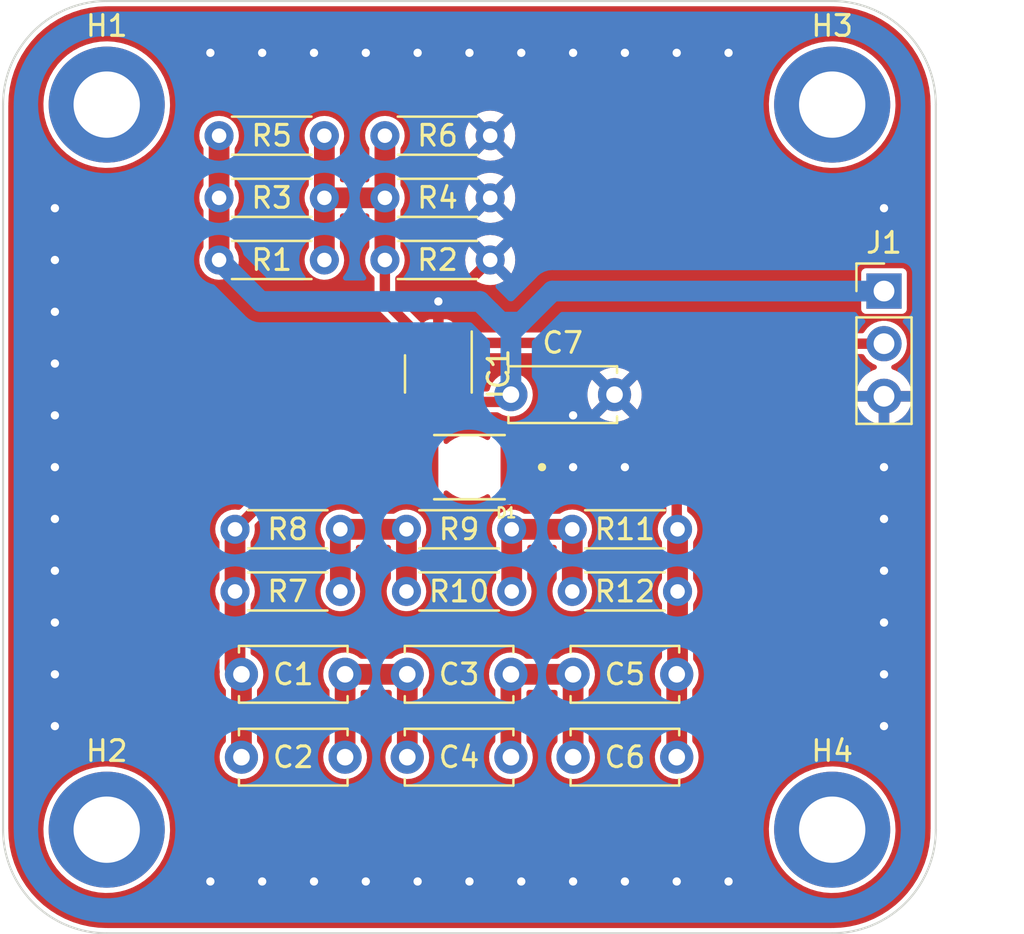
<source format=kicad_pcb>
(kicad_pcb (version 20211014) (generator pcbnew)
  (layers (0 "F.Cu" signal) (31 "B.Cu" signal) (34 "B.Paste" user) (35 "F.Paste" user) (36 "B.SilkS" user "B.Silkscreen") (37 "F.SilkS" user "F.Silkscreen") (38 "B.Mask" user) (39 "F.Mask" user) (44 "Edge.Cuts" user))
  (net 0 "")
  (net 1 "Net-(C1-Pad1)")
  (net 2 "Net-(C1-Pad2)")
  (net 3 "Net-(C3-Pad2)")
  (net 4 "Net-(C5-Pad2)")
  (net 5 "GND")
  (net 6 "Net-(IC1-Pad3)")
  (net 7 "+5V")
  (net 8 "Net-(R10-Pad1)")
  (net 9 "Net-(R10-Pad2)")
  (footprint "Capacitor_THT:C_Disc_D5.0mm_W2.5mm_P5.00mm" (layer "F.Cu") (at 157 104)
    (fp_text reference "C4" (at 2.5 0) (layer "F.SilkS"))
    (fp_text value "C")
    (fp_line (start 5.12 1.055) (end 5.12 1.37) (layer "F.SilkS") (width 0.12))
    (fp_line (start -0.12 -1.37) (end -0.12 -1.055) (layer "F.SilkS") (width 0.12))
    (fp_line (start -0.12 -1.37) (end 5.12 -1.37) (layer "F.SilkS") (width 0.12))
    (fp_line (start -0.12 1.37) (end 5.12 1.37) (layer "F.SilkS") (width 0.12))
    (fp_line (start -0.12 1.055) (end -0.12 1.37) (layer "F.SilkS") (width 0.12))
    (fp_line (start 5.12 -1.37) (end 5.12 -1.055) (layer "F.SilkS") (width 0.12))
    (pad "1" thru_hole circle (at 0 0) (size 1.6 1.6) (drill 0.8) (layers *.Cu *.Mask) (net 2 "Net-(C1-Pad2)"))
    (pad "2" thru_hole circle (at 5 0) (size 1.6 1.6) (drill 0.8) (layers *.Cu *.Mask) (net 3 "Net-(C3-Pad2)"))
  )
  (footprint "Resistor_THT:R_Axial_DIN0204_L3.6mm_D1.6mm_P5.08mm_Horizontal" (layer "F.Cu") (at 161 77 180)
    (fp_text reference "R4" (at 2.54 0) (layer "F.SilkS"))
    (fp_text value "R")
    (fp_line (start 0.62 0.92) (end 4.46 0.92) (layer "F.SilkS") (width 0.12))
    (fp_line (start 0.62 -0.92) (end 4.46 -0.92) (layer "F.SilkS") (width 0.12))
    (pad "1" thru_hole circle (at 0 0 180) (size 1.4 1.4) (drill 0.7) (layers *.Cu *.Mask) (net 5 "GND"))
    (pad "2" thru_hole oval (at 5.08 0 180) (size 1.4 1.4) (drill 0.7) (layers *.Cu *.Mask) (net 6 "Net-(IC1-Pad3)"))
  )
  (footprint "MountingHole:MountingHole_3.2mm_M3_DIN965_Pad" (layer "F.Cu") (at 177.5 72.5)
    (fp_text reference "H3" (at 0 -3.8) (layer "F.SilkS"))
    (fp_text value "MountingHole")
    (pad "1" thru_hole circle (at 0 0) (size 5.6 5.6) (drill 3.2) (layers *.Cu *.Mask))
  )
  (footprint "SFH2270R:LED_SFH2270R" (layer "F.Cu") (at 160 90 180)
    (fp_text reference "D1" (at -1.776 -2.2048) (layer "F.SilkS") (effects (font (size 0.48 0.48))))
    (fp_text value "D_Photo")
    (fp_line (start -1.7 1.55) (end 1.7 1.55) (layer "F.SilkS") (width 0.127))
    (fp_line (start -1.7 -1.55) (end 1.7 -1.55) (layer "F.SilkS") (width 0.127))
    (fp_circle (center -3.5 0) (end -3.4 0) (layer "F.SilkS") (width 0.2) (fill none))
    (pad "" np_thru_hole circle (at 0 0 180) (size 2.6 2.6) (drill 2.6) (layers *.Cu *.Mask))
    (pad "1" smd rect (at -2.25 0 270) (size 2.6 1.5) (layers "F.Cu") (net 5 "GND"))
    (pad "2" smd rect (at 2.25 0 270) (size 2.6 1.5) (layers "F.Cu") (net 1 "Net-(C1-Pad1)"))
  )
  (footprint "MountingHole:MountingHole_3.2mm_M3_DIN965_Pad" (layer "F.Cu") (at 177.5 107.5)
    (fp_text reference "H4" (at 0 -3.8) (layer "F.SilkS"))
    (fp_text value "MountingHole")
    (pad "1" thru_hole circle (at 0 0) (size 5.6 5.6) (drill 3.2) (layers *.Cu *.Mask))
  )
  (footprint "Resistor_THT:R_Axial_DIN0204_L3.6mm_D1.6mm_P5.08mm_Horizontal" (layer "F.Cu") (at 153 80 180)
    (fp_text reference "R1" (at 2.54 0) (layer "F.SilkS"))
    (fp_text value "R")
    (fp_line (start 0.62 -0.92) (end 4.46 -0.92) (layer "F.SilkS") (width 0.12))
    (fp_line (start 0.62 0.92) (end 4.46 0.92) (layer "F.SilkS") (width 0.12))
    (pad "1" thru_hole circle (at 0 0 180) (size 1.4 1.4) (drill 0.7) (layers *.Cu *.Mask) (net 6 "Net-(IC1-Pad3)"))
    (pad "2" thru_hole oval (at 5.08 0 180) (size 1.4 1.4) (drill 0.7) (layers *.Cu *.Mask) (net 7 "+5V"))
  )
  (footprint "Resistor_THT:R_Axial_DIN0204_L3.6mm_D1.6mm_P5.08mm_Horizontal" (layer "F.Cu") (at 161 74 180)
    (fp_text reference "R6" (at 2.54 0) (layer "F.SilkS"))
    (fp_text value "R")
    (fp_line (start 0.62 0.92) (end 4.46 0.92) (layer "F.SilkS") (width 0.12))
    (fp_line (start 0.62 -0.92) (end 4.46 -0.92) (layer "F.SilkS") (width 0.12))
    (pad "1" thru_hole circle (at 0 0 180) (size 1.4 1.4) (drill 0.7) (layers *.Cu *.Mask) (net 5 "GND"))
    (pad "2" thru_hole oval (at 5.08 0 180) (size 1.4 1.4) (drill 0.7) (layers *.Cu *.Mask) (net 6 "Net-(IC1-Pad3)"))
  )
  (footprint "Connector_PinHeader_2.54mm:PinHeader_1x03_P2.54mm_Vertical" (layer "F.Cu") (at 180 81.5)
    (fp_text reference "J1" (at 0 -2.33) (layer "F.SilkS"))
    (fp_text value "Conn_01x03_Male")
    (fp_line (start -1.33 0) (end -1.33 -1.33) (layer "F.SilkS") (width 0.12))
    (fp_line (start -1.33 1.27) (end -1.33 6.41) (layer "F.SilkS") (width 0.12))
    (fp_line (start -1.33 6.41) (end 1.33 6.41) (layer "F.SilkS") (width 0.12))
    (fp_line (start 1.33 1.27) (end 1.33 6.41) (layer "F.SilkS") (width 0.12))
    (fp_line (start -1.33 1.27) (end 1.33 1.27) (layer "F.SilkS") (width 0.12))
    (fp_line (start -1.33 -1.33) (end 0 -1.33) (layer "F.SilkS") (width 0.12))
    (pad "1" thru_hole rect (at 0 0) (size 1.7 1.7) (drill 1) (layers *.Cu *.Mask) (net 7 "+5V"))
    (pad "2" thru_hole oval (at 0 2.54) (size 1.7 1.7) (drill 1) (layers *.Cu *.Mask) (net 4 "Net-(C5-Pad2)"))
    (pad "3" thru_hole oval (at 0 5.08) (size 1.7 1.7) (drill 1) (layers *.Cu *.Mask) (net 5 "GND"))
  )
  (footprint "Capacitor_THT:C_Disc_D5.0mm_W2.5mm_P5.00mm" (layer "F.Cu") (at 162 86.5)
    (fp_text reference "C7" (at 2.5 -2.5) (layer "F.SilkS"))
    (fp_text value "C")
    (fp_line (start -0.12 -1.37) (end 5.12 -1.37) (layer "F.SilkS") (width 0.12))
    (fp_line (start -0.12 -1.37) (end -0.12 -1.055) (layer "F.SilkS") (width 0.12))
    (fp_line (start -0.12 1.37) (end 5.12 1.37) (layer "F.SilkS") (width 0.12))
    (fp_line (start 5.12 1.055) (end 5.12 1.37) (layer "F.SilkS") (width 0.12))
    (fp_line (start 5.12 -1.37) (end 5.12 -1.055) (layer "F.SilkS") (width 0.12))
    (fp_line (start -0.12 1.055) (end -0.12 1.37) (layer "F.SilkS") (width 0.12))
    (pad "1" thru_hole circle (at 0 0) (size 1.6 1.6) (drill 0.8) (layers *.Cu *.Mask) (net 7 "+5V"))
    (pad "2" thru_hole circle (at 5 0) (size 1.6 1.6) (drill 0.8) (layers *.Cu *.Mask) (net 5 "GND"))
  )
  (footprint "MountingHole:MountingHole_3.2mm_M3_DIN965_Pad" (layer "F.Cu") (at 142.5 107.5)
    (fp_text reference "H2" (at 0 -3.8) (layer "F.SilkS"))
    (fp_text value "MountingHole")
    (pad "1" thru_hole circle (at 0 0) (size 5.6 5.6) (drill 3.2) (layers *.Cu *.Mask))
  )
  (footprint "Capacitor_THT:C_Disc_D5.0mm_W2.5mm_P5.00mm" (layer "F.Cu") (at 165 100)
    (fp_text reference "C5" (at 2.5 0) (layer "F.SilkS"))
    (fp_text value "C")
    (fp_line (start 5.12 -1.37) (end 5.12 -1.055) (layer "F.SilkS") (width 0.12))
    (fp_line (start -0.12 -1.37) (end -0.12 -1.055) (layer "F.SilkS") (width 0.12))
    (fp_line (start -0.12 -1.37) (end 5.12 -1.37) (layer "F.SilkS") (width 0.12))
    (fp_line (start 5.12 1.055) (end 5.12 1.37) (layer "F.SilkS") (width 0.12))
    (fp_line (start -0.12 1.37) (end 5.12 1.37) (layer "F.SilkS") (width 0.12))
    (fp_line (start -0.12 1.055) (end -0.12 1.37) (layer "F.SilkS") (width 0.12))
    (pad "1" thru_hole circle (at 0 0) (size 1.6 1.6) (drill 0.8) (layers *.Cu *.Mask) (net 3 "Net-(C3-Pad2)"))
    (pad "2" thru_hole circle (at 5 0) (size 1.6 1.6) (drill 0.8) (layers *.Cu *.Mask) (net 4 "Net-(C5-Pad2)"))
  )
  (footprint "Capacitor_THT:C_Disc_D5.0mm_W2.5mm_P5.00mm" (layer "F.Cu") (at 149 104)
    (fp_text reference "C2" (at 2.5 0) (layer "F.SilkS"))
    (fp_text value "C")
    (fp_line (start -0.12 1.37) (end 5.12 1.37) (layer "F.SilkS") (width 0.12))
    (fp_line (start -0.12 -1.37) (end 5.12 -1.37) (layer "F.SilkS") (width 0.12))
    (fp_line (start 5.12 -1.37) (end 5.12 -1.055) (layer "F.SilkS") (width 0.12))
    (fp_line (start -0.12 1.055) (end -0.12 1.37) (layer "F.SilkS") (width 0.12))
    (fp_line (start 5.12 1.055) (end 5.12 1.37) (layer "F.SilkS") (width 0.12))
    (fp_line (start -0.12 -1.37) (end -0.12 -1.055) (layer "F.SilkS") (width 0.12))
    (pad "1" thru_hole circle (at 0 0) (size 1.6 1.6) (drill 0.8) (layers *.Cu *.Mask) (net 1 "Net-(C1-Pad1)"))
    (pad "2" thru_hole circle (at 5 0) (size 1.6 1.6) (drill 0.8) (layers *.Cu *.Mask) (net 2 "Net-(C1-Pad2)"))
  )
  (footprint "Resistor_THT:R_Axial_DIN0204_L3.6mm_D1.6mm_P5.08mm_Horizontal" (layer "F.Cu") (at 156.96 93)
    (fp_text reference "R9" (at 2.54 0) (layer "F.SilkS"))
    (fp_text value "R")
    (fp_line (start 0.62 -0.92) (end 4.46 -0.92) (layer "F.SilkS") (width 0.12))
    (fp_line (start 0.62 0.92) (end 4.46 0.92) (layer "F.SilkS") (width 0.12))
    (pad "1" thru_hole circle (at 0 0) (size 1.4 1.4) (drill 0.7) (layers *.Cu *.Mask) (net 8 "Net-(R10-Pad1)"))
    (pad "2" thru_hole oval (at 5.08 0) (size 1.4 1.4) (drill 0.7) (layers *.Cu *.Mask) (net 9 "Net-(R10-Pad2)"))
  )
  (footprint "Resistor_THT:R_Axial_DIN0204_L3.6mm_D1.6mm_P5.08mm_Horizontal" (layer "F.Cu") (at 153 77 180)
    (fp_text reference "R3" (at 2.54 0.000001) (layer "F.SilkS"))
    (fp_text value "R")
    (fp_line (start 0.62 -0.92) (end 4.46 -0.92) (layer "F.SilkS") (width 0.12))
    (fp_line (start 0.62 0.92) (end 4.46 0.92) (layer "F.SilkS") (width 0.12))
    (pad "1" thru_hole circle (at 0 0 180) (size 1.4 1.4) (drill 0.7) (layers *.Cu *.Mask) (net 6 "Net-(IC1-Pad3)"))
    (pad "2" thru_hole oval (at 5.08 0 180) (size 1.4 1.4) (drill 0.7) (layers *.Cu *.Mask) (net 7 "+5V"))
  )
  (footprint "Capacitor_THT:C_Disc_D5.0mm_W2.5mm_P5.00mm" (layer "F.Cu") (at 157 100)
    (fp_text reference "C3" (at 2.5 0) (layer "F.SilkS"))
    (fp_text value "C")
    (fp_line (start -0.12 -1.37) (end -0.12 -1.055) (layer "F.SilkS") (width 0.12))
    (fp_line (start 5.12 1.055) (end 5.12 1.37) (layer "F.SilkS") (width 0.12))
    (fp_line (start -0.12 -1.37) (end 5.12 -1.37) (layer "F.SilkS") (width 0.12))
    (fp_line (start 5.12 -1.37) (end 5.12 -1.055) (layer "F.SilkS") (width 0.12))
    (fp_line (start -0.12 1.055) (end -0.12 1.37) (layer "F.SilkS") (width 0.12))
    (fp_line (start -0.12 1.37) (end 5.12 1.37) (layer "F.SilkS") (width 0.12))
    (pad "1" thru_hole circle (at 0 0) (size 1.6 1.6) (drill 0.8) (layers *.Cu *.Mask) (net 2 "Net-(C1-Pad2)"))
    (pad "2" thru_hole circle (at 5 0) (size 1.6 1.6) (drill 0.8) (layers *.Cu *.Mask) (net 3 "Net-(C3-Pad2)"))
  )
  (footprint "Capacitor_THT:C_Disc_D5.0mm_W2.5mm_P5.00mm" (layer "F.Cu") (at 165 104)
    (fp_text reference "C6" (at 2.5 0) (layer "F.SilkS"))
    (fp_text value "C")
    (fp_line (start -0.12 -1.37) (end 5.12 -1.37) (layer "F.SilkS") (width 0.12))
    (fp_line (start -0.12 -1.37) (end -0.12 -1.055) (layer "F.SilkS") (width 0.12))
    (fp_line (start -0.12 1.37) (end 5.12 1.37) (layer "F.SilkS") (width 0.12))
    (fp_line (start 5.12 -1.37) (end 5.12 -1.055) (layer "F.SilkS") (width 0.12))
    (fp_line (start 5.12 1.055) (end 5.12 1.37) (layer "F.SilkS") (width 0.12))
    (fp_line (start -0.12 1.055) (end -0.12 1.37) (layer "F.SilkS") (width 0.12))
    (pad "1" thru_hole circle (at 0 0) (size 1.6 1.6) (drill 0.8) (layers *.Cu *.Mask) (net 3 "Net-(C3-Pad2)"))
    (pad "2" thru_hole circle (at 5 0) (size 1.6 1.6) (drill 0.8) (layers *.Cu *.Mask) (net 4 "Net-(C5-Pad2)"))
  )
  (footprint "Capacitor_THT:C_Disc_D5.0mm_W2.5mm_P5.00mm" (layer "F.Cu") (at 149 100)
    (fp_text reference "C1" (at 2.5 0) (layer "F.SilkS"))
    (fp_text value "C")
    (fp_line (start -0.12 1.37) (end 5.12 1.37) (layer "F.SilkS") (width 0.12))
    (fp_line (start -0.12 1.055) (end -0.12 1.37) (layer "F.SilkS") (width 0.12))
    (fp_line (start 5.12 -1.37) (end 5.12 -1.055) (layer "F.SilkS") (width 0.12))
    (fp_line (start -0.12 -1.37) (end -0.12 -1.055) (layer "F.SilkS") (width 0.12))
    (fp_line (start 5.12 1.055) (end 5.12 1.37) (layer "F.SilkS") (width 0.12))
    (fp_line (start -0.12 -1.37) (end 5.12 -1.37) (layer "F.SilkS") (width 0.12))
    (pad "1" thru_hole circle (at 0 0) (size 1.6 1.6) (drill 0.8) (layers *.Cu *.Mask) (net 1 "Net-(C1-Pad1)"))
    (pad "2" thru_hole circle (at 5 0) (size 1.6 1.6) (drill 0.8) (layers *.Cu *.Mask) (net 2 "Net-(C1-Pad2)"))
  )
  (footprint "Resistor_THT:R_Axial_DIN0204_L3.6mm_D1.6mm_P5.08mm_Horizontal" (layer "F.Cu") (at 148.69 96)
    (fp_text reference "R7" (at 2.54 0) (layer "F.SilkS"))
    (fp_text value "R")
    (fp_line (start 0.62 0.92) (end 4.46 0.92) (layer "F.SilkS") (width 0.12))
    (fp_line (start 0.62 -0.92) (end 4.46 -0.92) (layer "F.SilkS") (width 0.12))
    (pad "1" thru_hole circle (at 0 0) (size 1.4 1.4) (drill 0.7) (layers *.Cu *.Mask) (net 1 "Net-(C1-Pad1)"))
    (pad "2" thru_hole oval (at 5.08 0) (size 1.4 1.4) (drill 0.7) (layers *.Cu *.Mask) (net 8 "Net-(R10-Pad1)"))
  )
  (footprint "Resistor_THT:R_Axial_DIN0204_L3.6mm_D1.6mm_P5.08mm_Horizontal" (layer "F.Cu") (at 148.69 93)
    (fp_text reference "R8" (at 2.54 0) (layer "F.SilkS"))
    (fp_text value "R")
    (fp_line (start 0.62 -0.92) (end 4.46 -0.92) (layer "F.SilkS") (width 0.12))
    (fp_line (start 0.62 0.92) (end 4.46 0.92) (layer "F.SilkS") (width 0.12))
    (pad "1" thru_hole circle (at 0 0) (size 1.4 1.4) (drill 0.7) (layers *.Cu *.Mask) (net 1 "Net-(C1-Pad1)"))
    (pad "2" thru_hole oval (at 5.08 0) (size 1.4 1.4) (drill 0.7) (layers *.Cu *.Mask) (net 8 "Net-(R10-Pad1)"))
  )
  (footprint "Resistor_THT:R_Axial_DIN0204_L3.6mm_D1.6mm_P5.08mm_Horizontal" (layer "F.Cu") (at 164.96 96)
    (fp_text reference "R12" (at 2.54 0) (layer "F.SilkS"))
    (fp_text value "R")
    (fp_line (start 0.62 -0.92) (end 4.46 -0.92) (layer "F.SilkS") (width 0.12))
    (fp_line (start 0.62 0.92) (end 4.46 0.92) (layer "F.SilkS") (width 0.12))
    (pad "1" thru_hole circle (at 0 0) (size 1.4 1.4) (drill 0.7) (layers *.Cu *.Mask) (net 9 "Net-(R10-Pad2)"))
    (pad "2" thru_hole oval (at 5.08 0) (size 1.4 1.4) (drill 0.7) (layers *.Cu *.Mask) (net 4 "Net-(C5-Pad2)"))
  )
  (footprint "Resistor_THT:R_Axial_DIN0204_L3.6mm_D1.6mm_P5.08mm_Horizontal" (layer "F.Cu") (at 156.96 96)
    (fp_text reference "R10" (at 2.54 0) (layer "F.SilkS"))
    (fp_text value "R")
    (fp_line (start 0.62 0.92) (end 4.46 0.92) (layer "F.SilkS") (width 0.12))
    (fp_line (start 0.62 -0.92) (end 4.46 -0.92) (layer "F.SilkS") (width 0.12))
    (pad "1" thru_hole circle (at 0 0) (size 1.4 1.4) (drill 0.7) (layers *.Cu *.Mask) (net 8 "Net-(R10-Pad1)"))
    (pad "2" thru_hole oval (at 5.08 0) (size 1.4 1.4) (drill 0.7) (layers *.Cu *.Mask) (net 9 "Net-(R10-Pad2)"))
  )
  (footprint "Package_TO_SOT_SMD:SOT-23-6_Handsoldering" (layer "F.Cu") (at 158.5 85.5 -90)
    (fp_text reference "IC1" (at 0 -2.9 90) (layer "F.SilkS"))
    (fp_text value "OPA322SAIDBVT")
    (fp_line (start 0.9 -1.61) (end -2.05 -1.61) (layer "F.SilkS") (width 0.12))
    (fp_line (start -0.9 1.61) (end 0.9 1.61) (layer "F.SilkS") (width 0.12))
    (pad "1" smd rect (at -1.35 -0.95 270) (size 1.56 0.65) (layers "F.Cu" "F.Paste" "F.Mask") (net 4 "Net-(C5-Pad2)"))
    (pad "2" smd rect (at -1.35 0 270) (size 1.56 0.65) (layers "F.Cu" "F.Paste" "F.Mask") (net 5 "GND"))
    (pad "3" smd rect (at -1.35 0.95 270) (size 1.56 0.65) (layers "F.Cu" "F.Paste" "F.Mask") (net 6 "Net-(IC1-Pad3)"))
    (pad "4" smd rect (at 1.35 0.95 270) (size 1.56 0.65) (layers "F.Cu" "F.Paste" "F.Mask") (net 1 "Net-(C1-Pad1)"))
    (pad "5" smd rect (at 1.35 0 270) (size 1.56 0.65) (layers "F.Cu" "F.Paste" "F.Mask") (net 7 "+5V"))
    (pad "6" smd rect (at 1.35 -0.95 270) (size 1.56 0.65) (layers "F.Cu" "F.Paste" "F.Mask") (net 7 "+5V"))
  )
  (footprint "Resistor_THT:R_Axial_DIN0204_L3.6mm_D1.6mm_P5.08mm_Horizontal" (layer "F.Cu") (at 164.96 93)
    (fp_text reference "R11" (at 2.54 0) (layer "F.SilkS"))
    (fp_text value "R")
    (fp_line (start 0.62 0.92) (end 4.46 0.92) (layer "F.SilkS") (width 0.12))
    (fp_line (start 0.62 -0.92) (end 4.46 -0.92) (layer "F.SilkS") (width 0.12))
    (pad "1" thru_hole circle (at 0 0) (size 1.4 1.4) (drill 0.7) (layers *.Cu *.Mask) (net 9 "Net-(R10-Pad2)"))
    (pad "2" thru_hole oval (at 5.08 0) (size 1.4 1.4) (drill 0.7) (layers *.Cu *.Mask) (net 4 "Net-(C5-Pad2)"))
  )
  (footprint "MountingHole:MountingHole_3.2mm_M3_DIN965_Pad" (layer "F.Cu") (at 142.5 72.5)
    (fp_text reference "H1" (at 0 -3.8) (layer "F.SilkS"))
    (fp_text value "MountingHole")
    (pad "1" thru_hole circle (at 0 0) (size 5.6 5.6) (drill 3.2) (layers *.Cu *.Mask))
  )
  (footprint "Resistor_THT:R_Axial_DIN0204_L3.6mm_D1.6mm_P5.08mm_Horizontal" (layer "F.Cu") (at 161 80 180)
    (fp_text reference "R2" (at 2.54 0) (layer "F.SilkS"))
    (fp_text value "R")
    (fp_line (start 0.62 0.92) (end 4.46 0.92) (layer "F.SilkS") (width 0.12))
    (fp_line (start 0.62 -0.92) (end 4.46 -0.92) (layer "F.SilkS") (width 0.12))
    (pad "1" thru_hole circle (at 0 0 180) (size 1.4 1.4) (drill 0.7) (layers *.Cu *.Mask) (net 5 "GND"))
    (pad "2" thru_hole oval (at 5.08 0 180) (size 1.4 1.4) (drill 0.7) (layers *.Cu *.Mask) (net 6 "Net-(IC1-Pad3)"))
  )
  (footprint "Resistor_THT:R_Axial_DIN0204_L3.6mm_D1.6mm_P5.08mm_Horizontal" (layer "F.Cu") (at 153 74 180)
    (fp_text reference "R5" (at 2.54 0) (layer "F.SilkS"))
    (fp_text value "R")
    (fp_line (start 0.62 -0.92) (end 4.46 -0.92) (layer "F.SilkS") (width 0.12))
    (fp_line (start 0.62 0.92) (end 4.46 0.92) (layer "F.SilkS") (width 0.12))
    (pad "1" thru_hole circle (at 0 0 180) (size 1.4 1.4) (drill 0.7) (layers *.Cu *.Mask) (net 6 "Net-(IC1-Pad3)"))
    (pad "2" thru_hole oval (at 5.08 0 180) (size 1.4 1.4) (drill 0.7) (layers *.Cu *.Mask) (net 7 "+5V"))
  )
  (gr_arc (start 142.5 112.5) (mid 138.964466 111.035534) (end 137.5 107.5) (layer "Edge.Cuts") (width 0.1))
  (gr_line (start 182.5 107.5) (end 182.5 72.5) (layer "Edge.Cuts") (width 0.1))
  (gr_arc (start 177.5 67.5) (mid 181.035534 68.964466) (end 182.5 72.5) (layer "Edge.Cuts") (width 0.1))
  (gr_arc (start 182.5 107.5) (mid 181.035534 111.035534) (end 177.5 112.5) (layer "Edge.Cuts") (width 0.1))
  (gr_line (start 137.5 72.5) (end 137.5 107.5) (layer "Edge.Cuts") (width 0.1))
  (gr_line (start 142.5 112.5) (end 177.5 112.5) (layer "Edge.Cuts") (width 0.1))
  (gr_line (start 142.5 67.5) (end 177.5 67.5) (layer "Edge.Cuts") (width 0.1))
  (gr_arc (start 137.5 72.5) (mid 138.964466 68.964466) (end 142.5 67.5) (layer "Edge.Cuts") (width 0.1))
  (segment (start 151.69 90) (end 148.69 93) (width 0.5) (layer "F.Cu") (net 1))
  (segment (start 149 104) (end 149 100) (width 1) (layer "F.Cu") (net 1))
  (segment (start 148.69 99.69) (end 149 100) (width 1) (layer "F.Cu") (net 1))
  (segment (start 157.75 90) (end 151.69 90) (width 0.5) (layer "F.Cu") (net 1))
  (segment (start 148.69 96) (end 148.69 93) (width 1) (layer "F.Cu") (net 1))
  (segment (start 157.55 86.85) (end 157.55 89.8) (width 0.5) (layer "F.Cu") (net 1))
  (segment (start 157.55 89.8) (end 157.75 90) (width 0.5) (layer "F.Cu") (net 1))
  (segment (start 148.69 96) (end 148.69 99.69) (width 1) (layer "F.Cu") (net 1))
  (segment (start 154 100) (end 157 100) (width 1) (layer "F.Cu") (net 2))
  (segment (start 157 104) (end 157 100) (width 1) (layer "F.Cu") (net 2))
  (segment (start 154 104) (end 154 100) (width 1) (layer "F.Cu") (net 2))
  (segment (start 162 100) (end 165 100) (width 1) (layer "F.Cu") (net 3))
  (segment (start 165 100) (end 165 104) (width 1) (layer "F.Cu") (net 3))
  (segment (start 162 104) (end 162 100) (width 1) (layer "F.Cu") (net 3))
  (segment (start 170.04 96) (end 170.04 93) (width 1) (layer "F.Cu") (net 4))
  (segment (start 169.75 84.75) (end 169.75 84.25) (width 0.5) (layer "F.Cu") (net 4))
  (segment (start 170 85) (end 170.96 84.04) (width 0.5) (layer "F.Cu") (net 4))
  (segment (start 170 85) (end 170 84.5) (width 0.5) (layer "F.Cu") (net 4))
  (segment (start 159.45 84.15) (end 159.6 84) (width 0.5) (layer "F.Cu") (net 4))
  (segment (start 170.96 84.04) (end 180 84.04) (width 0.5) (layer "F.Cu") (net 4))
  (segment (start 170 84.5) (end 170.46 84.04) (width 0.5) (layer "F.Cu") (net 4))
  (segment (start 159.6 84) (end 169 84) (width 0.5) (layer "F.Cu") (net 4))
  (segment (start 170 85) (end 170 92.96) (width 0.5) (layer "F.Cu") (net 4))
  (segment (start 170 104) (end 170 100) (width 1) (layer "F.Cu") (net 4))
  (segment (start 169.75 84.25) (end 169.96 84.04) (width 0.5) (layer "F.Cu") (net 4))
  (segment (start 169 84) (end 169.04 84.04) (width 0.5) (layer "F.Cu") (net 4))
  (segment (start 170 84.5) (end 170 84.08) (width 0.5) (layer "F.Cu") (net 4))
  (segment (start 170.04 96) (end 170.04 99.96) (width 1) (layer "F.Cu") (net 4))
  (segment (start 170.04 99.96) (end 170 100) (width 1) (layer "F.Cu") (net 4))
  (segment (start 170 84.08) (end 169.96 84.04) (width 0.5) (layer "F.Cu") (net 4))
  (segment (start 169.96 84.04) (end 170.46 84.04) (width 0.5) (layer "F.Cu") (net 4))
  (segment (start 170.46 84.04) (end 170.96 84.04) (width 0.5) (layer "F.Cu") (net 4))
  (segment (start 169.75 84.75) (end 169.15 84.15) (width 0.5) (layer "F.Cu") (net 4))
  (segment (start 169.04 84.04) (end 169.96 84.04) (width 0.5) (layer "F.Cu") (net 4))
  (segment (start 170 85) (end 169.75 84.75) (width 0.5) (layer "F.Cu") (net 4))
  (segment (start 170 92.96) (end 170.04 93) (width 0.5) (layer "F.Cu") (net 4))
  (segment (start 169 84) (end 169.15 84.15) (width 0.5) (layer "F.Cu") (net 4))
  (via (at 140 87.5) (size 0.8) (drill 0.4) (layers "F.Cu" "B.Cu") (net 5))
  (via (at 165 87.5) (size 0.8) (drill 0.4) (layers "F.Cu" "B.Cu") (net 5))
  (via (at 160 110) (size 0.8) (drill 0.4) (layers "F.Cu" "B.Cu") (net 5))
  (via (at 157.5 70) (size 0.8) (drill 0.4) (layers "F.Cu" "B.Cu") (net 5))
  (via (at 140 102.5) (size 0.8) (drill 0.4) (layers "F.Cu" "B.Cu") (net 5))
  (via (at 162.5 70) (size 0.8) (drill 0.4) (layers "F.Cu" "B.Cu") (net 5))
  (via (at 180 100) (size 0.8) (drill 0.4) (layers "F.Cu" "B.Cu") (net 5))
  (via (at 140 77.5) (size 0.8) (drill 0.4) (layers "F.Cu" "B.Cu") (net 5))
  (via (at 152.5 70) (size 0.8) (drill 0.4) (layers "F.Cu" "B.Cu") (net 5))
  (via (at 167.5 70) (size 0.8) (drill 0.4) (layers "F.Cu" "B.Cu") (net 5))
  (via (at 158.5 82) (size 0.8) (drill 0.4) (layers "F.Cu" "B.Cu") (net 5))
  (via (at 165 70) (size 0.8) (drill 0.4) (layers "F.Cu" "B.Cu") (net 5))
  (via (at 147.5 70) (size 0.8) (drill 0.4) (layers "F.Cu" "B.Cu") (net 5))
  (via (at 150 110) (size 0.8) (drill 0.4) (layers "F.Cu" "B.Cu") (net 5))
  (via (at 172.5 70) (size 0.8) (drill 0.4) (layers "F.Cu" "B.Cu") (net 5))
  (via (at 147.5 110) (size 0.8) (drill 0.4) (layers "F.Cu" "B.Cu") (net 5))
  (via (at 167.5 90) (size 0.8) (drill 0.4) (layers "F.Cu" "B.Cu") (net 5))
  (via (at 140 90) (size 0.8) (drill 0.4) (layers "F.Cu" "B.Cu") (net 5))
  (via (at 165 110) (size 0.8) (drill 0.4) (layers "F.Cu" "B.Cu") (net 5))
  (via (at 140 82.5) (size 0.8) (drill 0.4) (layers "F.Cu" "B.Cu") (net 5))
  (via (at 172.5 110) (size 0.8) (drill 0.4) (layers "F.Cu" "B.Cu") (net 5))
  (via (at 165 90) (size 0.8) (drill 0.4) (layers "F.Cu" "B.Cu") (net 5))
  (via (at 140 85) (size 0.8) (drill 0.4) (layers "F.Cu" "B.Cu") (net 5))
  (via (at 155 110) (size 0.8) (drill 0.4) (layers "F.Cu" "B.Cu") (net 5))
  (via (at 157.5 110) (size 0.8) (drill 0.4) (layers "F.Cu" "B.Cu") (net 5))
  (via (at 150 70) (size 0.8) (drill 0.4) (layers "F.Cu" "B.Cu") (net 5))
  (via (at 160 70) (size 0.8) (drill 0.4) (layers "F.Cu" "B.Cu") (net 5))
  (via (at 140 92.5) (size 0.8) (drill 0.4) (layers "F.Cu" "B.Cu") (net 5))
  (via (at 140 100) (size 0.8) (drill 0.4) (layers "F.Cu" "B.Cu") (net 5))
  (via (at 180 77.5) (size 0.8) (drill 0.4) (layers "F.Cu" "B.Cu") (net 5))
  (via (at 180 92.5) (size 0.8) (drill 0.4) (layers "F.Cu" "B.Cu") (net 5))
  (via (at 167.5 110) (size 0.8) (drill 0.4) (layers "F.Cu" "B.Cu") (net 5))
  (via (at 170 110) (size 0.8) (drill 0.4) (layers "F.Cu" "B.Cu") (net 5))
  (via (at 180 97.5) (size 0.8) (drill 0.4) (layers "F.Cu" "B.Cu") (net 5))
  (via (at 180 102.5) (size 0.8) (drill 0.4) (layers "F.Cu" "B.Cu") (net 5))
  (via (at 170 70) (size 0.8) (drill 0.4) (layers "F.Cu" "B.Cu") (net 5))
  (via (at 180 95) (size 0.8) (drill 0.4) (layers "F.Cu" "B.Cu") (net 5))
  (via (at 140 95) (size 0.8) (drill 0.4) (layers "F.Cu" "B.Cu") (net 5))
  (via (at 152.5 110) (size 0.8) (drill 0.4) (layers "F.Cu" "B.Cu") (net 5))
  (via (at 180 90) (size 0.8) (drill 0.4) (layers "F.Cu" "B.Cu") (net 5))
  (via (at 155 70) (size 0.8) (drill 0.4) (layers "F.Cu" "B.Cu") (net 5))
  (via (at 140 80) (size 0.8) (drill 0.4) (layers "F.Cu" "B.Cu") (net 5))
  (via (at 162.5 110) (size 0.8) (drill 0.4) (layers "F.Cu" "B.Cu") (net 5))
  (via (at 140 97.5) (size 0.8) (drill 0.4) (layers "F.Cu" "B.Cu") (net 5))
  (segment (start 157.55 84.15) (end 157.55 83.63) (width 0.5) (layer "F.Cu") (net 6))
  (segment (start 155.92 74) (end 155.92 77) (width 1) (layer "F.Cu") (net 6))
  (segment (start 155.92 80) (end 155.92 82) (width 0.5) (layer "F.Cu") (net 6))
  (segment (start 153 77) (end 155.92 77) (width 1) (layer "F.Cu") (net 6))
  (segment (start 153 80) (end 153 77) (width 1) (layer "F.Cu") (net 6))
  (segment (start 155.92 80) (end 155.92 77) (width 1) (layer "F.Cu") (net 6))
  (segment (start 157.55 83.63) (end 155.92 82) (width 0.5) (layer "F.Cu") (net 6))
  (segment (start 153 77) (end 153 74) (width 1) (layer "F.Cu") (net 6))
  (segment (start 161.65 86.85) (end 162 86.5) (width 0.5) (layer "F.Cu") (net 7))
  (segment (start 159.45 86.85) (end 161.65 86.85) (width 0.5) (layer "F.Cu") (net 7))
  (segment (start 147.92 74) (end 147.92 77) (width 1) (layer "F.Cu") (net 7))
  (segment (start 158.5 86.85) (end 159.45 86.85) (width 0.5) (layer "F.Cu") (net 7))
  (segment (start 147.92 80) (end 147.92 77) (width 1) (layer "F.Cu") (net 7))
  (segment (start 161.5 83) (end 162.5 83) (width 1) (layer "B.Cu") (net 7))
  (segment (start 161 82.5) (end 161.5 83) (width 1) (layer "B.Cu") (net 7))
  (segment (start 162 86.5) (end 162 83.5) (width 1) (layer "B.Cu") (net 7))
  (segment (start 164 81.5) (end 162.5 83) (width 1) (layer "B.Cu") (net 7))
  (segment (start 162 83.5) (end 161 82.5) (width 1) (layer "B.Cu") (net 7))
  (segment (start 149.92 82) (end 147.92 80) (width 1) (layer "B.Cu") (net 7))
  (segment (start 180 81.5) (end 164 81.5) (width 1) (layer "B.Cu") (net 7))
  (segment (start 160.5 82) (end 149.92 82) (width 1) (layer "B.Cu") (net 7))
  (segment (start 161 82.5) (end 160.5 82) (width 1) (layer "B.Cu") (net 7))
  (segment (start 162.5 83) (end 162 83.5) (width 1) (layer "B.Cu") (net 7))
  (segment (start 153.77 96) (end 153.77 93) (width 1) (layer "F.Cu") (net 8))
  (segment (start 156.96 93) (end 156.96 96) (width 1) (layer "F.Cu") (net 8))
  (segment (start 153.77 93) (end 156.96 93) (width 1) (layer "F.Cu") (net 8))
  (segment (start 164.96 96) (end 164.96 93) (width 1) (layer "F.Cu") (net 9))
  (segment (start 162.04 93) (end 164.96 93) (width 1) (layer "F.Cu") (net 9))
  (segment (start 162.04 96) (end 162.04 93) (width 1) (layer "F.Cu") (net 9))
  (zone (net 5) (net_name "GND") (layer "F.Cu") (connect_pads (clearance 0.25)) (min_thickness 0.25) (fill yes (thermal_gap 0.508) (thermal_bridge_width 0.508))
    (polygon (pts (xy 182.5 112.5) (xy 137.5 112.5) (xy 137.5 67.5) (xy 182.5 67.5)))
  )
  (zone (net 5) (net_name "GND") (layer "B.Cu") (connect_pads (clearance 0.508)) (min_thickness 0.254) (fill yes (thermal_gap 0.508) (thermal_bridge_width 0.508))
    (polygon (pts (xy 182.5 112.5) (xy 137.5 112.5) (xy 137.5 67.5) (xy 182.5 67.5)))
  )
)
</source>
